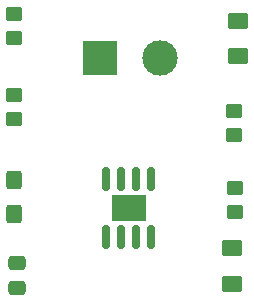
<source format=gbr>
%TF.GenerationSoftware,KiCad,Pcbnew,(6.0.11-0)*%
%TF.CreationDate,2023-02-17T15:47:51-08:00*%
%TF.ProjectId,lab4 exercise 2,6c616234-2065-4786-9572-636973652032,rev?*%
%TF.SameCoordinates,Original*%
%TF.FileFunction,Soldermask,Top*%
%TF.FilePolarity,Negative*%
%FSLAX46Y46*%
G04 Gerber Fmt 4.6, Leading zero omitted, Abs format (unit mm)*
G04 Created by KiCad (PCBNEW (6.0.11-0)) date 2023-02-17 15:47:51*
%MOMM*%
%LPD*%
G01*
G04 APERTURE LIST*
G04 Aperture macros list*
%AMRoundRect*
0 Rectangle with rounded corners*
0 $1 Rounding radius*
0 $2 $3 $4 $5 $6 $7 $8 $9 X,Y pos of 4 corners*
0 Add a 4 corners polygon primitive as box body*
4,1,4,$2,$3,$4,$5,$6,$7,$8,$9,$2,$3,0*
0 Add four circle primitives for the rounded corners*
1,1,$1+$1,$2,$3*
1,1,$1+$1,$4,$5*
1,1,$1+$1,$6,$7*
1,1,$1+$1,$8,$9*
0 Add four rect primitives between the rounded corners*
20,1,$1+$1,$2,$3,$4,$5,0*
20,1,$1+$1,$4,$5,$6,$7,0*
20,1,$1+$1,$6,$7,$8,$9,0*
20,1,$1+$1,$8,$9,$2,$3,0*%
G04 Aperture macros list end*
%ADD10RoundRect,0.250000X-0.450000X0.350000X-0.450000X-0.350000X0.450000X-0.350000X0.450000X0.350000X0*%
%ADD11RoundRect,0.250001X0.624999X-0.462499X0.624999X0.462499X-0.624999X0.462499X-0.624999X-0.462499X0*%
%ADD12RoundRect,0.150000X-0.150000X0.825000X-0.150000X-0.825000X0.150000X-0.825000X0.150000X0.825000X0*%
%ADD13R,3.000000X2.290000*%
%ADD14R,3.000000X3.000000*%
%ADD15C,3.000000*%
%ADD16RoundRect,0.250000X0.475000X-0.337500X0.475000X0.337500X-0.475000X0.337500X-0.475000X-0.337500X0*%
%ADD17RoundRect,0.250000X-0.425000X0.537500X-0.425000X-0.537500X0.425000X-0.537500X0.425000X0.537500X0*%
G04 APERTURE END LIST*
D10*
%TO.C,R3*%
X151337500Y-85770000D03*
X151337500Y-87770000D03*
%TD*%
%TO.C,R4*%
X151382500Y-92304128D03*
X151382500Y-94304128D03*
%TD*%
%TO.C,R2*%
X132702500Y-84409448D03*
X132702500Y-86409448D03*
%TD*%
D11*
%TO.C,D1*%
X151622500Y-81095000D03*
X151622500Y-78120000D03*
%TD*%
D12*
%TO.C,U1*%
X144280000Y-91505000D03*
X143010000Y-91505000D03*
X141740000Y-91505000D03*
X140470000Y-91505000D03*
X140470000Y-96455000D03*
X141740000Y-96455000D03*
X143010000Y-96455000D03*
X144280000Y-96455000D03*
D13*
X142375000Y-93980000D03*
%TD*%
D14*
%TO.C,J1*%
X139977500Y-81280000D03*
D15*
X145057500Y-81280000D03*
%TD*%
D11*
%TO.C,D2*%
X151157500Y-100357500D03*
X151157500Y-97382500D03*
%TD*%
D16*
%TO.C,C2*%
X132902500Y-100720000D03*
X132902500Y-98645000D03*
%TD*%
D10*
%TO.C,R1*%
X132702500Y-77562384D03*
X132702500Y-79562384D03*
%TD*%
D17*
%TO.C,C1*%
X132702500Y-91591948D03*
X132702500Y-94466948D03*
%TD*%
M02*

</source>
